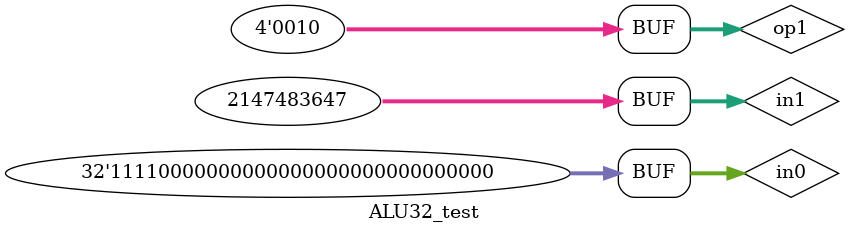
<source format=v>
module ALU32_test(

    );
    reg [3:0] op;
    reg [3:0] op1;
    reg [31:0] in0,in1;
    wire [31:0] out;
    wire carryout,overflow,zero;
    ALU32 alu(op1,op,in0,in1,carryout,overflow,zero,out);
    initial
    begin
     /*
    //add
         op=11'b00000100000;        
         in0=32'hf2340000;
         in1=32'h80000000;
    #20  in0=32'h7fffffff;
         in1=32'h70000001;
    #20  in0=32'h7fffffff;
         in1=32'hf0000001;
    #20  in0=32'hffffffff;
         in1=32'h00000001;
    //addu          
    #20  op=11'b00000100001;   
         in0=32'hf2340000;
         in1=32'h80000000;
    #20  in0=32'h7fffffff;
         in1=32'h70000001;
    #20  in0=32'hffffffff;
         in1=32'h00000001;
    //sub    
    #20  op=11'b00000100010;        
         in0=32'h72340000;
         in1=32'h60000000;
    #20  in0=32'h7fffffff;
         in1=32'hf0000001;
    #20  in0=32'hf00fffff;
         in1=32'h7ffffff1;
    #20  in0=32'hffffffff;
         in1=32'hffffffff;
    #20  in0=32'hf0000000;
         in1=32'h0fffffff; 
    //subu
    #20  op=11'b00000100011;        
         in0=32'h72340000;
         in1=32'h60000000;
    #20  in0=32'h7fffffff;
         in1=32'hf0000001;
    #20  in0=32'hffffffff;
         in1=32'hffffffff;
    #20  in0=32'hf0000000;
         in1=32'h0fffffff; 
    //and
    #20  op=11'b00000100100;        
         in0=32'h72340000;
         in1=32'h60000000;
    #20  in0=32'h7fffffff;
         in1=32'h00000000; 
    //or
    #20  op=11'b00000100101;        
         in0=32'h00000000;
         in1=32'h00000000;
    #20  in0=32'h7fffffff;
         in1=32'hf0000001;
    //xor
    #20  op=11'b00000100110;        
         in0=32'ha0000000;
         in1=32'h50000000;
    #20  in0=32'h7fffffff;
         in1=32'hf0000001;
    //nor
    #20  op=11'b00000100111;        
         in0=32'h123451ff;
         in1=32'h60000000;
    #20  in0=32'h7fffffff;
         in1=32'hf0000001;
    //slt
    #20  op=11'b00000101010;        
         in0=32'h72340000;
         in1=32'hf0000000;
    #20  in0=32'h7000000f;
         in1=32'h7f000001;
    #20  in0=32'hf0001231;
         in1=32'h7ac34545;
    //sltu
    #20  op=11'b00000101011;        
         in0=32'h72340000;
         in1=32'hf0000000;
    #20  in0=32'h7000000f;
         in1=32'h7f000001;
    #20  in0=32'hf0001231;
         in1=32'h7ac34545;
    //shl
    #20  op=11'b00000000100;
         in0=32'hffffffff;
         in1=32'd5;
    //shr
    #20  op=11'b00000000110;
         in0=32'hffffffff;
         in1=32'd5;
    //sar
    #20  op=11'b00000000111;
         in0=32'hffffffff;
         in1=32'd3;
    #20  in0=32'h0fffffff;
         in1=32'd5;
         */
         //op = 4'b0000;
         op1 = 4'b0000;
         in0=32'h7fffffff;
          in1=32'h00000001;
            
     #20  //op=4'b1000;
          op1=4'b0001;
          in0=32'h0000000f;
          in1=32'h7fffffff;
     #20
          op1=4'b0010;
          in0=32'hf0000000;
          in1=32'h7fffffff;
     

    end

initial
begin
   $dumpfile("ALU32.vcd");
   $dumpvars(0,ALU32_test);
end
endmodule


</source>
